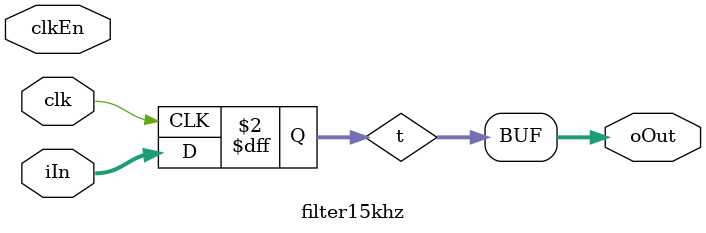
<source format=v>
`default_nettype none

module filter15khz (
    input  wire               clk,
    input  wire               clkEn,
    input  wire signed [15:0] iIn,
    output wire signed [15:0] oOut
);

`ifdef DISABLED
  reg signed [15:0] s0;
  reg signed [15:0] s1;
  reg signed [15:0] s2;
  assign oOut = s2;

  initial begin
    s0 = 0;
    s1 = 0;
    s2 = 0;
  end

  wire signed [15:0] c0 = $signed(16'h099b);  // 15Khz
  wire signed [15:0] c1 = $signed(16'h0a86);  // 17.5Khz
  wire signed [15:0] c2 = $signed(16'h0b6e);  // 20Khz

  wire signed [31:0] t0 = c0 * (iIn - s0);
  wire signed [31:0] t1 = c1 * (s0  - s1);
  wire signed [31:0] t2 = c2 * (s1  - s2);

  always @(posedge clk) begin
    if (clkEn) begin
      s0 <= s0 + t0[30:15];
      s1 <= s1 + t1[30:15];
      s2 <= s2 + t2[30:15];
    end
  end
`else
  reg signed [15:0] t;
  always @(posedge clk) begin
    t <= iIn;
  end
  assign oOut = t;
`endif
endmodule

</source>
